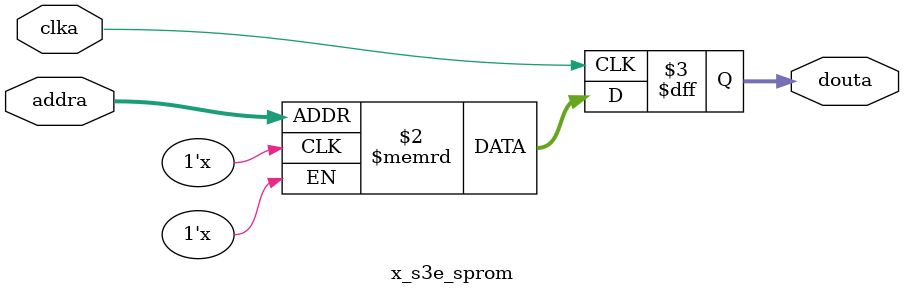
<source format=v>
`timescale 1ns/1ns
module x_s3e_sprom(clka,addra,douta);
	input clka;
	input[10:0] addra;
	output reg[31:0] douta;
	
	reg[31:0] mem[2047:0];
	
	always@(posedge clka)
	begin
		douta <= #1 mem[addra];
	end
endmodule
	
</source>
